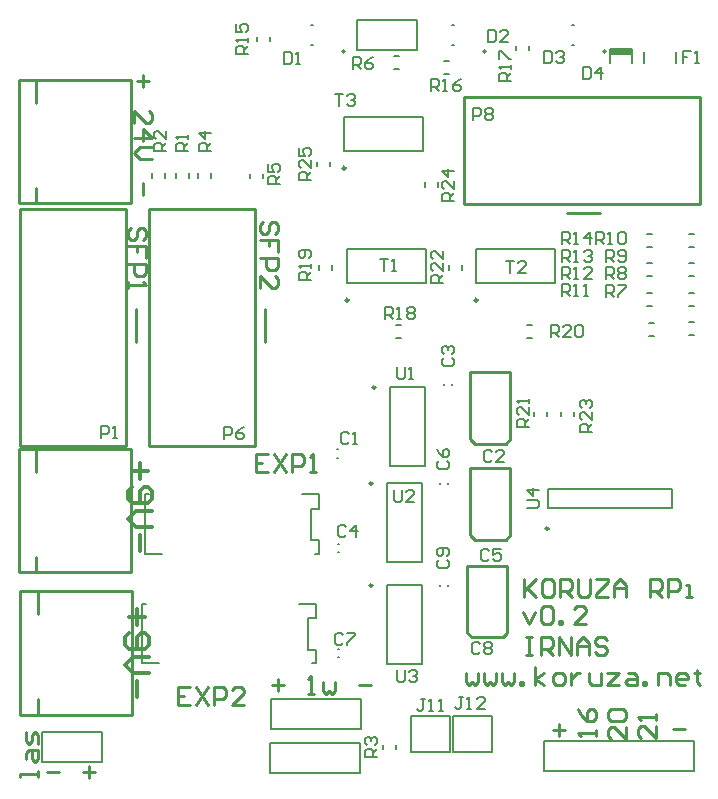
<source format=gto>
%FSAX25Y25*%
%MOIN*%
G70*
G01*
G75*
G04 Layer_Color=65535*
%ADD10R,0.02756X0.03543*%
%ADD11R,0.08661X0.07874*%
%ADD12R,0.03543X0.02756*%
%ADD13R,0.08071X0.07480*%
%ADD14R,0.07284X0.04921*%
%ADD15R,0.11417X0.06102*%
G04:AMPARAMS|DCode=16|XSize=50mil|YSize=100mil|CornerRadius=6.25mil|HoleSize=0mil|Usage=FLASHONLY|Rotation=0.000|XOffset=0mil|YOffset=0mil|HoleType=Round|Shape=RoundedRectangle|*
%AMROUNDEDRECTD16*
21,1,0.05000,0.08750,0,0,0.0*
21,1,0.03750,0.10000,0,0,0.0*
1,1,0.01250,0.01875,-0.04375*
1,1,0.01250,-0.01875,-0.04375*
1,1,0.01250,-0.01875,0.04375*
1,1,0.01250,0.01875,0.04375*
%
%ADD16ROUNDEDRECTD16*%
%ADD17R,0.05118X0.04331*%
%ADD18R,0.04331X0.05118*%
%ADD19R,0.03937X0.09449*%
%ADD20R,0.12992X0.09449*%
%ADD21R,0.08268X0.12598*%
%ADD22R,0.08268X0.03543*%
%ADD23O,0.02756X0.10827*%
%ADD24R,0.05906X0.11811*%
%ADD25C,0.04000*%
%ADD26C,0.02000*%
%ADD27C,0.10000*%
%ADD28C,0.01500*%
%ADD29C,0.03500*%
%ADD30C,0.07087*%
%ADD31R,0.06394X0.06394*%
%ADD32C,0.05906*%
%ADD33R,0.05906X0.05906*%
%ADD34R,0.06394X0.06394*%
%ADD35O,0.07874X0.25590*%
G04:AMPARAMS|DCode=36|XSize=157.48mil|YSize=118.11mil|CornerRadius=29.53mil|HoleSize=0mil|Usage=FLASHONLY|Rotation=180.000|XOffset=0mil|YOffset=0mil|HoleType=Round|Shape=RoundedRectangle|*
%AMROUNDEDRECTD36*
21,1,0.15748,0.05906,0,0,180.0*
21,1,0.09843,0.11811,0,0,180.0*
1,1,0.05906,-0.04921,0.02953*
1,1,0.05906,0.04921,0.02953*
1,1,0.05906,0.04921,-0.02953*
1,1,0.05906,-0.04921,-0.02953*
%
%ADD36ROUNDEDRECTD36*%
%ADD37O,0.07874X0.19685*%
%ADD38O,0.21260X0.09843*%
G04:AMPARAMS|DCode=39|XSize=236.22mil|YSize=98.43mil|CornerRadius=24.61mil|HoleSize=0mil|Usage=FLASHONLY|Rotation=180.000|XOffset=0mil|YOffset=0mil|HoleType=Round|Shape=RoundedRectangle|*
%AMROUNDEDRECTD39*
21,1,0.23622,0.04921,0,0,180.0*
21,1,0.18701,0.09843,0,0,180.0*
1,1,0.04921,-0.09350,0.02461*
1,1,0.04921,0.09350,0.02461*
1,1,0.04921,0.09350,-0.02461*
1,1,0.04921,-0.09350,-0.02461*
%
%ADD39ROUNDEDRECTD39*%
%ADD40C,0.16000*%
%ADD41C,0.24410*%
%ADD42C,0.04000*%
%ADD43C,0.05000*%
%ADD44C,0.03200*%
G04:AMPARAMS|DCode=45|XSize=50mil|YSize=100mil|CornerRadius=6.25mil|HoleSize=0mil|Usage=FLASHONLY|Rotation=90.000|XOffset=0mil|YOffset=0mil|HoleType=Round|Shape=RoundedRectangle|*
%AMROUNDEDRECTD45*
21,1,0.05000,0.08750,0,0,90.0*
21,1,0.03750,0.10000,0,0,90.0*
1,1,0.01250,0.04375,0.01875*
1,1,0.01250,0.04375,-0.01875*
1,1,0.01250,-0.04375,-0.01875*
1,1,0.01250,-0.04375,0.01875*
%
%ADD45ROUNDEDRECTD45*%
%ADD46C,0.00787*%
%ADD47C,0.00984*%
%ADD48C,0.01000*%
%ADD49C,0.00500*%
%ADD50C,0.01200*%
%ADD51C,0.00800*%
%ADD52R,0.07284X0.02165*%
D46*
X0195675Y0474988D02*
G03*
X0195675Y0474988I-0000545J0000000D01*
G01*
X0242675D02*
G03*
X0242675Y0474988I-0000545J0000000D01*
G01*
X0282675D02*
G03*
X0282675Y0474988I-0000545J0000000D01*
G01*
X0192815Y0342409D02*
X0193209D01*
X0192815Y0339653D02*
X0193209D01*
X0231410Y0363791D02*
Y0364185D01*
X0228654Y0363791D02*
Y0364185D01*
X0193315Y0310910D02*
X0193709D01*
X0193315Y0308154D02*
X0193709D01*
X0229909Y0330791D02*
Y0331185D01*
X0227153Y0330791D02*
Y0331185D01*
X0193315Y0275909D02*
X0193709D01*
X0193315Y0273153D02*
X0193709D01*
X0229909Y0296791D02*
Y0297185D01*
X0227153Y0296791D02*
Y0297185D01*
X0184106Y0483847D02*
X0184894D01*
X0184106Y0477153D02*
X0184894D01*
X0231106Y0483847D02*
X0231894D01*
X0231106Y0477153D02*
X0231894D01*
X0271106Y0483847D02*
X0271894D01*
X0271106Y0477153D02*
X0271894D01*
X0283858Y0475862D02*
X0291142D01*
X0283858Y0471138D02*
Y0475862D01*
X0291142Y0471138D02*
Y0475862D01*
X0305815Y0471228D02*
Y0474772D01*
X0295185Y0471228D02*
Y0474772D01*
X0199500Y0475500D02*
X0219500D01*
Y0485500D01*
X0199500D02*
X0219500D01*
X0199500Y0475500D02*
Y0485500D01*
X0094500Y0238000D02*
X0114500D01*
Y0248000D01*
X0094500D02*
X0114500D01*
X0094500Y0238000D02*
Y0248000D01*
X0139197Y0432886D02*
Y0434461D01*
X0143528Y0432886D02*
Y0434461D01*
X0131197Y0432886D02*
Y0434461D01*
X0135528Y0432886D02*
Y0434461D01*
X0212528Y0242386D02*
Y0243961D01*
X0208197Y0242386D02*
Y0243961D01*
X0151028Y0432886D02*
Y0434461D01*
X0146697Y0432886D02*
Y0434461D01*
X0163835Y0432713D02*
Y0434287D01*
X0168165Y0432713D02*
Y0434287D01*
X0212075Y0473339D02*
X0213650D01*
X0212075Y0469008D02*
X0213650D01*
X0310213Y0380335D02*
X0311787D01*
X0310213Y0384665D02*
X0311787D01*
X0310213Y0390168D02*
X0311787D01*
X0310213Y0394499D02*
X0311787D01*
X0310213Y0400001D02*
X0311787D01*
X0310213Y0404332D02*
X0311787D01*
X0310213Y0409835D02*
X0311787D01*
X0310213Y0414165D02*
X0311787D01*
X0297075Y0380008D02*
X0298650D01*
X0297075Y0384339D02*
X0298650D01*
X0296213Y0390168D02*
X0297787D01*
X0296213Y0394499D02*
X0297787D01*
X0296213Y0400001D02*
X0297787D01*
X0296213Y0404332D02*
X0297787D01*
X0296213Y0409835D02*
X0297787D01*
X0296213Y0414165D02*
X0297787D01*
X0170528Y0478386D02*
Y0479961D01*
X0166197Y0478386D02*
Y0479961D01*
X0228575Y0471839D02*
X0230150D01*
X0228575Y0467508D02*
X0230150D01*
X0257028Y0475386D02*
Y0476961D01*
X0252697Y0475386D02*
Y0476961D01*
X0212713Y0379335D02*
X0214287D01*
X0212713Y0383665D02*
X0214287D01*
X0191165Y0402213D02*
Y0403787D01*
X0186835Y0402213D02*
Y0403787D01*
X0256213Y0379335D02*
X0257787D01*
X0256213Y0383665D02*
X0257787D01*
X0263028Y0353386D02*
Y0354961D01*
X0258697Y0353386D02*
Y0354961D01*
X0234665Y0402213D02*
Y0403787D01*
X0230335Y0402213D02*
Y0403787D01*
X0267697Y0353386D02*
Y0354961D01*
X0272028Y0353386D02*
Y0354961D01*
X0226528Y0429886D02*
Y0431461D01*
X0222197Y0429886D02*
Y0431461D01*
X0190665Y0436713D02*
Y0438287D01*
X0186335Y0436713D02*
Y0438287D01*
X0196311Y0397988D02*
X0222689D01*
X0196311Y0409012D02*
X0222689D01*
X0196311Y0397988D02*
Y0409012D01*
X0222689Y0397988D02*
Y0409012D01*
X0239311Y0397988D02*
X0265689D01*
X0239311Y0409012D02*
X0265689D01*
X0239311Y0397988D02*
Y0409012D01*
X0265689Y0397988D02*
Y0409012D01*
X0195311Y0441988D02*
X0221689D01*
X0195311Y0453012D02*
X0221689D01*
X0195311Y0441988D02*
Y0453012D01*
X0221689Y0441988D02*
Y0453012D01*
X0210595Y0336811D02*
X0222406D01*
X0210595Y0363189D02*
X0222406D01*
Y0336811D02*
Y0363189D01*
X0210595Y0336811D02*
Y0363189D01*
X0209594Y0304811D02*
X0221406D01*
X0209594Y0331189D02*
X0221406D01*
Y0304811D02*
Y0331189D01*
X0209594Y0304811D02*
Y0331189D01*
Y0270811D02*
X0221406D01*
X0209594Y0297189D02*
X0221406D01*
Y0270811D02*
Y0297189D01*
X0209594Y0270811D02*
Y0297189D01*
X0263331Y0322949D02*
X0304669D01*
X0263331Y0329051D02*
X0304669D01*
X0263331Y0322949D02*
Y0329051D01*
X0304669Y0322949D02*
Y0329051D01*
X0186016Y0271158D02*
Y0275587D01*
Y0286020D02*
Y0290843D01*
X0183181Y0286020D02*
X0186016D01*
X0183181Y0275587D02*
Y0286020D01*
Y0275587D02*
X0186016D01*
X0127984Y0271158D02*
Y0290843D01*
X0128000Y0271158D02*
X0133736D01*
X0180280Y0290843D02*
X0186016D01*
X0184721Y0271158D02*
X0186016D01*
X0128000Y0290843D02*
X0129236D01*
X0187016Y0307658D02*
Y0312087D01*
Y0322520D02*
Y0327343D01*
X0184181Y0322520D02*
X0187016D01*
X0184181Y0312087D02*
Y0322520D01*
Y0312087D02*
X0187016D01*
X0128984Y0307658D02*
Y0327343D01*
X0129000Y0307658D02*
X0134736D01*
X0181280Y0327343D02*
X0187016D01*
X0185721Y0307658D02*
X0187016D01*
X0129000Y0327343D02*
X0130236D01*
X0171000Y0249000D02*
Y0259000D01*
X0201000D01*
Y0249000D02*
Y0259000D01*
X0171000Y0249000D02*
X0201000D01*
X0170500Y0234500D02*
Y0244500D01*
X0200500D01*
Y0234500D02*
Y0244500D01*
X0170500Y0234500D02*
X0200500D01*
X0312000Y0235000D02*
Y0245000D01*
X0262000Y0235000D02*
X0312000D01*
X0262000Y0245000D02*
X0312000D01*
X0262000Y0235000D02*
Y0245000D01*
D47*
X0196803Y0392083D02*
G03*
X0196803Y0392083I-0000492J0000000D01*
G01*
X0239803D02*
G03*
X0239803Y0392083I-0000492J0000000D01*
G01*
X0195803Y0436083D02*
G03*
X0195803Y0436083I-0000492J0000000D01*
G01*
X0205772Y0362992D02*
G03*
X0205772Y0362992I-0000492J0000000D01*
G01*
X0204772Y0330992D02*
G03*
X0204772Y0330992I-0000492J0000000D01*
G01*
Y0296992D02*
G03*
X0204772Y0296992I-0000492J0000000D01*
G01*
X0263449Y0315961D02*
G03*
X0263449Y0315961I-0000492J0000000D01*
G01*
D48*
X0237307Y0345764D02*
Y0368008D01*
X0250693Y0345764D02*
Y0368008D01*
X0237307D02*
X0250693D01*
X0238882Y0344189D02*
X0249118D01*
X0250693Y0345764D01*
X0237307D02*
X0238882Y0344189D01*
X0237307Y0313764D02*
Y0336008D01*
X0250693Y0313764D02*
Y0336008D01*
X0237307D02*
X0250693D01*
X0238882Y0312189D02*
X0249118D01*
X0250693Y0313764D01*
X0237307D02*
X0238882Y0312189D01*
X0236307Y0281264D02*
Y0303508D01*
X0249693Y0281264D02*
Y0303508D01*
X0236307D02*
X0249693D01*
X0237882Y0279689D02*
X0248118D01*
X0249693Y0281264D01*
X0236307D02*
X0237882Y0279689D01*
X0125866Y0378177D02*
Y0389201D01*
X0087283Y0343630D02*
X0122716D01*
X0087283D02*
Y0422370D01*
X0087382D02*
X0122716D01*
Y0343630D02*
Y0422370D01*
X0168866Y0378177D02*
Y0389201D01*
X0130283Y0343630D02*
X0165717D01*
X0130283D02*
Y0422370D01*
X0130382D02*
X0165717D01*
Y0343630D02*
Y0422370D01*
X0269677Y0421134D02*
X0280701D01*
X0235130Y0424284D02*
Y0459717D01*
X0313870D01*
Y0424284D02*
Y0459618D01*
X0235130Y0424284D02*
X0313870D01*
X0092705Y0457941D02*
Y0465500D01*
X0086799D02*
X0124201D01*
X0086799Y0424476D02*
X0124201D01*
X0086799D02*
Y0465500D01*
X0124201Y0424476D02*
Y0465500D01*
X0092705Y0424476D02*
Y0429595D01*
X0093205Y0287441D02*
Y0295000D01*
X0087299D02*
X0124701D01*
X0087299Y0253976D02*
X0124701D01*
X0087299D02*
Y0295000D01*
X0124701Y0253976D02*
Y0295000D01*
X0093205Y0253976D02*
Y0259095D01*
X0092705Y0334941D02*
Y0342500D01*
X0086799D02*
X0124201D01*
X0086799Y0301476D02*
X0124201D01*
X0086799D02*
Y0342500D01*
X0124201Y0301476D02*
Y0342500D01*
X0092705Y0301476D02*
Y0306594D01*
X0128361Y0467173D02*
Y0463174D01*
X0130361Y0465174D02*
X0126362D01*
X0125362Y0451178D02*
Y0455177D01*
X0129361Y0451178D01*
X0130361D01*
X0131360Y0452178D01*
Y0454177D01*
X0130361Y0455177D01*
X0125362Y0446180D02*
X0131360D01*
X0128361Y0449179D01*
Y0445180D01*
X0131360Y0443181D02*
X0127362D01*
X0125362Y0441182D01*
X0127362Y0439182D01*
X0131360D01*
X0128361Y0431185D02*
Y0427186D01*
X0128361Y0412175D02*
X0129360Y0413174D01*
Y0415173D01*
X0128361Y0416173D01*
X0127361D01*
X0126361Y0415173D01*
Y0413174D01*
X0125362Y0412175D01*
X0124362D01*
X0123362Y0413174D01*
Y0415173D01*
X0124362Y0416173D01*
X0129360Y0406177D02*
Y0410175D01*
X0126361D01*
Y0408176D01*
Y0410175D01*
X0123362D01*
Y0404177D02*
X0129360D01*
Y0401178D01*
X0128361Y0400178D01*
X0126361D01*
X0125362Y0401178D01*
Y0404177D01*
X0123362Y0398179D02*
Y0396180D01*
Y0397179D01*
X0129360D01*
X0128361Y0398179D01*
X0172361Y0414175D02*
X0173360Y0415174D01*
Y0417173D01*
X0172361Y0418173D01*
X0171361D01*
X0170361Y0417173D01*
Y0415174D01*
X0169362Y0414175D01*
X0168362D01*
X0167362Y0415174D01*
Y0417173D01*
X0168362Y0418173D01*
X0173360Y0408177D02*
Y0412175D01*
X0170361D01*
Y0410176D01*
Y0412175D01*
X0167362D01*
Y0406177D02*
X0173360D01*
Y0403178D01*
X0172361Y0402178D01*
X0170361D01*
X0169362Y0403178D01*
Y0406177D01*
X0167362Y0396180D02*
Y0400179D01*
X0171361Y0396180D01*
X0172361D01*
X0173360Y0397180D01*
Y0399179D01*
X0172361Y0400179D01*
X0096362Y0234672D02*
X0100361D01*
X0108358D02*
X0112357D01*
X0110358Y0236672D02*
Y0232673D01*
X0093362Y0233173D02*
Y0235173D01*
Y0234173D01*
X0087364D01*
Y0233173D01*
X0089364Y0239171D02*
Y0241171D01*
X0090363Y0242170D01*
X0093362D01*
Y0239171D01*
X0092363Y0238172D01*
X0091363Y0239171D01*
Y0242170D01*
X0093362Y0244170D02*
Y0247169D01*
X0092363Y0248168D01*
X0091363Y0247169D01*
Y0245169D01*
X0090363Y0244170D01*
X0089364Y0245169D01*
Y0248168D01*
X0171362Y0263672D02*
X0175361D01*
X0173362Y0265672D02*
Y0261673D01*
X0183358Y0260673D02*
X0185358D01*
X0184358D01*
Y0266671D01*
X0183358Y0265672D01*
X0188357Y0264672D02*
Y0261673D01*
X0189357Y0260673D01*
X0190356Y0261673D01*
X0191356Y0260673D01*
X0192356Y0261673D01*
Y0264672D01*
X0200353Y0263672D02*
X0204352D01*
X0264862Y0248672D02*
X0268861D01*
X0266862Y0250672D02*
Y0246673D01*
X0289362Y0249672D02*
Y0245673D01*
X0285364Y0249672D01*
X0284364D01*
X0283364Y0248672D01*
Y0246673D01*
X0284364Y0245673D01*
Y0251671D02*
X0283364Y0252671D01*
Y0254670D01*
X0284364Y0255670D01*
X0288363D01*
X0289362Y0254670D01*
Y0252671D01*
X0288363Y0251671D01*
X0284364D01*
X0279362Y0246673D02*
Y0248673D01*
Y0247673D01*
X0273364D01*
X0274364Y0246673D01*
X0273364Y0255670D02*
X0274364Y0253671D01*
X0276363Y0251672D01*
X0278363D01*
X0279362Y0252671D01*
Y0254671D01*
X0278363Y0255670D01*
X0277363D01*
X0276363Y0254671D01*
Y0251672D01*
X0299362Y0250172D02*
Y0246173D01*
X0295364Y0250172D01*
X0294364D01*
X0293364Y0249172D01*
Y0247173D01*
X0294364Y0246173D01*
X0299362Y0252171D02*
Y0254171D01*
Y0253171D01*
X0293364D01*
X0294364Y0252171D01*
X0304862Y0249172D02*
X0308861D01*
X0169861Y0340671D02*
X0165862D01*
Y0334673D01*
X0169861D01*
X0165862Y0337672D02*
X0167862D01*
X0171860Y0340671D02*
X0175859Y0334673D01*
Y0340671D02*
X0171860Y0334673D01*
X0177858D02*
Y0340671D01*
X0180857D01*
X0181857Y0339672D01*
Y0337672D01*
X0180857Y0336673D01*
X0177858D01*
X0183856Y0334673D02*
X0185856D01*
X0184856D01*
Y0340671D01*
X0183856Y0339672D01*
X0143861Y0263171D02*
X0139862D01*
Y0257173D01*
X0143861D01*
X0139862Y0260172D02*
X0141862D01*
X0145860Y0263171D02*
X0149859Y0257173D01*
Y0263171D02*
X0145860Y0257173D01*
X0151858D02*
Y0263171D01*
X0154857D01*
X0155857Y0262172D01*
Y0260172D01*
X0154857Y0259173D01*
X0151858D01*
X0161855Y0257173D02*
X0157857D01*
X0161855Y0261172D01*
Y0262172D01*
X0160855Y0263171D01*
X0158856D01*
X0157857Y0262172D01*
X0255362Y0299171D02*
Y0293173D01*
Y0295173D01*
X0259361Y0299171D01*
X0256362Y0296172D01*
X0259361Y0293173D01*
X0264359Y0299171D02*
X0262360D01*
X0261360Y0298172D01*
Y0294173D01*
X0262360Y0293173D01*
X0264359D01*
X0265359Y0294173D01*
Y0298172D01*
X0264359Y0299171D01*
X0267358Y0293173D02*
Y0299171D01*
X0270357D01*
X0271357Y0298172D01*
Y0296172D01*
X0270357Y0295173D01*
X0267358D01*
X0269358D02*
X0271357Y0293173D01*
X0273357Y0299171D02*
Y0294173D01*
X0274356Y0293173D01*
X0276356D01*
X0277355Y0294173D01*
Y0299171D01*
X0279355D02*
X0283353D01*
Y0298172D01*
X0279355Y0294173D01*
Y0293173D01*
X0283353D01*
X0285353D02*
Y0297172D01*
X0287352Y0299171D01*
X0289351Y0297172D01*
Y0293173D01*
Y0296172D01*
X0285353D01*
X0297349Y0293173D02*
Y0299171D01*
X0300348D01*
X0301347Y0298172D01*
Y0296172D01*
X0300348Y0295173D01*
X0297349D01*
X0299348D02*
X0301347Y0293173D01*
X0303347D02*
Y0299171D01*
X0306346D01*
X0307346Y0298172D01*
Y0296172D01*
X0306346Y0295173D01*
X0303347D01*
X0309345Y0293173D02*
X0311344D01*
X0310345D01*
Y0297172D01*
X0309345D01*
X0254862Y0288172D02*
X0256862Y0284173D01*
X0258861Y0288172D01*
X0260860Y0289172D02*
X0261860Y0290171D01*
X0263859D01*
X0264859Y0289172D01*
Y0285173D01*
X0263859Y0284173D01*
X0261860D01*
X0260860Y0285173D01*
Y0289172D01*
X0266858Y0284173D02*
Y0285173D01*
X0267858D01*
Y0284173D01*
X0266858D01*
X0275855D02*
X0271857D01*
X0275855Y0288172D01*
Y0289172D01*
X0274856Y0290171D01*
X0272856D01*
X0271857Y0289172D01*
X0235862Y0267672D02*
Y0264673D01*
X0236862Y0263673D01*
X0237862Y0264673D01*
X0238861Y0263673D01*
X0239861Y0264673D01*
Y0267672D01*
X0241860D02*
Y0264673D01*
X0242860Y0263673D01*
X0243860Y0264673D01*
X0244859Y0263673D01*
X0245859Y0264673D01*
Y0267672D01*
X0247858D02*
Y0264673D01*
X0248858Y0263673D01*
X0249858Y0264673D01*
X0250857Y0263673D01*
X0251857Y0264673D01*
Y0267672D01*
X0253856Y0263673D02*
Y0264673D01*
X0254856D01*
Y0263673D01*
X0253856D01*
X0258855D02*
Y0269671D01*
Y0265673D02*
X0261854Y0267672D01*
X0258855Y0265673D02*
X0261854Y0263673D01*
X0265853D02*
X0267852D01*
X0268852Y0264673D01*
Y0266672D01*
X0267852Y0267672D01*
X0265853D01*
X0264853Y0266672D01*
Y0264673D01*
X0265853Y0263673D01*
X0270851Y0267672D02*
Y0263673D01*
Y0265673D01*
X0271851Y0266672D01*
X0272850Y0267672D01*
X0273850D01*
X0276849D02*
Y0264673D01*
X0277849Y0263673D01*
X0280848D01*
Y0267672D01*
X0282847D02*
X0286846D01*
X0282847Y0263673D01*
X0286846D01*
X0289845Y0267672D02*
X0291844D01*
X0292844Y0266672D01*
Y0263673D01*
X0289845D01*
X0288845Y0264673D01*
X0289845Y0265673D01*
X0292844D01*
X0294843Y0263673D02*
Y0264673D01*
X0295843D01*
Y0263673D01*
X0294843D01*
X0299842D02*
Y0267672D01*
X0302841D01*
X0303840Y0266672D01*
Y0263673D01*
X0308839D02*
X0306839D01*
X0305840Y0264673D01*
Y0266672D01*
X0306839Y0267672D01*
X0308839D01*
X0309838Y0266672D01*
Y0265673D01*
X0305840D01*
X0312837Y0268672D02*
Y0267672D01*
X0311838D01*
X0313837D01*
X0312837D01*
Y0264673D01*
X0313837Y0263673D01*
X0255862Y0279671D02*
X0257862D01*
X0256862D01*
Y0273673D01*
X0255862D01*
X0257862D01*
X0260861D02*
Y0279671D01*
X0263860D01*
X0264859Y0278672D01*
Y0276672D01*
X0263860Y0275673D01*
X0260861D01*
X0262860D02*
X0264859Y0273673D01*
X0266859D02*
Y0279671D01*
X0270857Y0273673D01*
Y0279671D01*
X0272857Y0273673D02*
Y0277672D01*
X0274856Y0279671D01*
X0276855Y0277672D01*
Y0273673D01*
Y0276672D01*
X0272857D01*
X0282854Y0278672D02*
X0281854Y0279671D01*
X0279854D01*
X0278855Y0278672D01*
Y0277672D01*
X0279854Y0276672D01*
X0281854D01*
X0282854Y0275673D01*
Y0274673D01*
X0281854Y0273673D01*
X0279854D01*
X0278855Y0274673D01*
D49*
X0230500Y0241500D02*
Y0253500D01*
X0217500Y0241500D02*
X0230500D01*
X0217500D02*
Y0253500D01*
X0230500D01*
X0244500Y0241500D02*
Y0253500D01*
X0231500Y0241500D02*
X0244500D01*
X0231500D02*
Y0253500D01*
X0244500D01*
D50*
X0126361Y0289173D02*
Y0283842D01*
X0129027Y0286507D02*
X0123695D01*
Y0281176D02*
X0122362Y0279843D01*
Y0277177D01*
X0123695Y0275844D01*
X0129027D01*
X0130360Y0277177D01*
Y0279843D01*
X0129027Y0281176D01*
X0127694D01*
X0126361Y0279843D01*
Y0275844D01*
X0130360Y0273178D02*
X0125028D01*
X0122362Y0270513D01*
X0125028Y0267847D01*
X0130360D01*
X0126361Y0265181D02*
Y0259849D01*
X0127361Y0337673D02*
Y0332342D01*
X0130027Y0335007D02*
X0124695D01*
Y0329676D02*
X0123362Y0328343D01*
Y0325677D01*
X0124695Y0324344D01*
X0130027D01*
X0131360Y0325677D01*
Y0328343D01*
X0130027Y0329676D01*
X0128694D01*
X0127361Y0328343D01*
Y0324344D01*
X0131360Y0321678D02*
X0126028D01*
X0123362Y0319013D01*
X0126028Y0316347D01*
X0131360D01*
X0127361Y0313681D02*
Y0308349D01*
D51*
X0197028Y0347505D02*
X0196362Y0348172D01*
X0195029D01*
X0194362Y0347505D01*
Y0344840D01*
X0195029Y0344173D01*
X0196362D01*
X0197028Y0344840D01*
X0198361Y0344173D02*
X0199694D01*
X0199027D01*
Y0348172D01*
X0198361Y0347505D01*
X0244528Y0341506D02*
X0243862Y0342172D01*
X0242529D01*
X0241862Y0341506D01*
Y0338840D01*
X0242529Y0338173D01*
X0243862D01*
X0244528Y0338840D01*
X0248527Y0338173D02*
X0245861D01*
X0248527Y0340839D01*
Y0341506D01*
X0247860Y0342172D01*
X0246527D01*
X0245861Y0341506D01*
X0228530Y0372839D02*
X0227864Y0372173D01*
Y0370840D01*
X0228530Y0370173D01*
X0231196D01*
X0231862Y0370840D01*
Y0372173D01*
X0231196Y0372839D01*
X0228530Y0374172D02*
X0227864Y0374838D01*
Y0376171D01*
X0228530Y0376838D01*
X0229197D01*
X0229863Y0376171D01*
Y0375505D01*
Y0376171D01*
X0230529Y0376838D01*
X0231196D01*
X0231862Y0376171D01*
Y0374838D01*
X0231196Y0374172D01*
X0196028Y0316506D02*
X0195362Y0317172D01*
X0194029D01*
X0193362Y0316506D01*
Y0313840D01*
X0194029Y0313173D01*
X0195362D01*
X0196028Y0313840D01*
X0199360Y0313173D02*
Y0317172D01*
X0197361Y0315173D01*
X0200027D01*
X0243528Y0308506D02*
X0242862Y0309172D01*
X0241529D01*
X0240862Y0308506D01*
Y0305840D01*
X0241529Y0305173D01*
X0242862D01*
X0243528Y0305840D01*
X0247527Y0309172D02*
X0244861D01*
Y0307173D01*
X0246194Y0307839D01*
X0246860D01*
X0247527Y0307173D01*
Y0305840D01*
X0246860Y0305173D01*
X0245527D01*
X0244861Y0305840D01*
X0227030Y0338339D02*
X0226364Y0337673D01*
Y0336340D01*
X0227030Y0335673D01*
X0229696D01*
X0230362Y0336340D01*
Y0337673D01*
X0229696Y0338339D01*
X0226364Y0342338D02*
X0227030Y0341005D01*
X0228363Y0339672D01*
X0229696D01*
X0230362Y0340338D01*
Y0341671D01*
X0229696Y0342338D01*
X0229029D01*
X0228363Y0341671D01*
Y0339672D01*
X0195028Y0280505D02*
X0194362Y0281172D01*
X0193029D01*
X0192362Y0280505D01*
Y0277840D01*
X0193029Y0277173D01*
X0194362D01*
X0195028Y0277840D01*
X0196361Y0281172D02*
X0199027D01*
Y0280505D01*
X0196361Y0277840D01*
Y0277173D01*
X0240528Y0277505D02*
X0239862Y0278172D01*
X0238529D01*
X0237862Y0277505D01*
Y0274840D01*
X0238529Y0274173D01*
X0239862D01*
X0240528Y0274840D01*
X0241861Y0277505D02*
X0242527Y0278172D01*
X0243860D01*
X0244527Y0277505D01*
Y0276839D01*
X0243860Y0276173D01*
X0244527Y0275506D01*
Y0274840D01*
X0243860Y0274173D01*
X0242527D01*
X0241861Y0274840D01*
Y0275506D01*
X0242527Y0276173D01*
X0241861Y0276839D01*
Y0277505D01*
X0242527Y0276173D02*
X0243860D01*
X0227030Y0305339D02*
X0226364Y0304673D01*
Y0303340D01*
X0227030Y0302673D01*
X0229696D01*
X0230362Y0303340D01*
Y0304673D01*
X0229696Y0305339D01*
Y0306672D02*
X0230362Y0307338D01*
Y0308671D01*
X0229696Y0309338D01*
X0227030D01*
X0226364Y0308671D01*
Y0307338D01*
X0227030Y0306672D01*
X0227696D01*
X0228363Y0307338D01*
Y0309338D01*
X0175362Y0474672D02*
Y0470673D01*
X0177362D01*
X0178028Y0471340D01*
Y0474006D01*
X0177362Y0474672D01*
X0175362D01*
X0179361Y0470673D02*
X0180694D01*
X0180027D01*
Y0474672D01*
X0179361Y0474006D01*
X0243362Y0482172D02*
Y0478173D01*
X0245362D01*
X0246028Y0478840D01*
Y0481505D01*
X0245362Y0482172D01*
X0243362D01*
X0250027Y0478173D02*
X0247361D01*
X0250027Y0480839D01*
Y0481505D01*
X0249360Y0482172D01*
X0248027D01*
X0247361Y0481505D01*
X0261862Y0475172D02*
Y0471173D01*
X0263862D01*
X0264528Y0471840D01*
Y0474506D01*
X0263862Y0475172D01*
X0261862D01*
X0265861Y0474506D02*
X0266527Y0475172D01*
X0267860D01*
X0268527Y0474506D01*
Y0473839D01*
X0267860Y0473173D01*
X0267194D01*
X0267860D01*
X0268527Y0472506D01*
Y0471840D01*
X0267860Y0471173D01*
X0266527D01*
X0265861Y0471840D01*
X0274862Y0469672D02*
Y0465673D01*
X0276862D01*
X0277528Y0466340D01*
Y0469005D01*
X0276862Y0469672D01*
X0274862D01*
X0280860Y0465673D02*
Y0469672D01*
X0278861Y0467673D01*
X0281527D01*
X0311028Y0475172D02*
X0308362D01*
Y0473173D01*
X0309695D01*
X0308362D01*
Y0471173D01*
X0312361D02*
X0313694D01*
X0313027D01*
Y0475172D01*
X0312361Y0474506D01*
X0222416Y0259249D02*
X0221083D01*
X0221749D01*
Y0255916D01*
X0221083Y0255250D01*
X0220416D01*
X0219750Y0255916D01*
X0223749Y0255250D02*
X0225082D01*
X0224415D01*
Y0259249D01*
X0223749Y0258582D01*
X0227081Y0255250D02*
X0228414D01*
X0227747D01*
Y0259249D01*
X0227081Y0258582D01*
X0235028Y0259672D02*
X0233695D01*
X0234362D01*
Y0256340D01*
X0233695Y0255673D01*
X0233029D01*
X0232362Y0256340D01*
X0236361Y0255673D02*
X0237694D01*
X0237027D01*
Y0259672D01*
X0236361Y0259005D01*
X0242359Y0255673D02*
X0239693D01*
X0242359Y0258339D01*
Y0259005D01*
X0241693Y0259672D01*
X0240360D01*
X0239693Y0259005D01*
X0114362Y0346173D02*
Y0350172D01*
X0116362D01*
X0117028Y0349505D01*
Y0348173D01*
X0116362Y0347506D01*
X0114362D01*
X0118361Y0346173D02*
X0119694D01*
X0119027D01*
Y0350172D01*
X0118361Y0349505D01*
X0155362Y0345673D02*
Y0349672D01*
X0157362D01*
X0158028Y0349006D01*
Y0347673D01*
X0157362Y0347006D01*
X0155362D01*
X0162027Y0349672D02*
X0160694Y0349006D01*
X0159361Y0347673D01*
Y0346340D01*
X0160027Y0345673D01*
X0161360D01*
X0162027Y0346340D01*
Y0347006D01*
X0161360Y0347673D01*
X0159361D01*
X0238362Y0452173D02*
Y0456172D01*
X0240362D01*
X0241028Y0455506D01*
Y0454173D01*
X0240362Y0453506D01*
X0238362D01*
X0242361Y0455506D02*
X0243027Y0456172D01*
X0244360D01*
X0245027Y0455506D01*
Y0454839D01*
X0244360Y0454173D01*
X0245027Y0453506D01*
Y0452840D01*
X0244360Y0452173D01*
X0243027D01*
X0242361Y0452840D01*
Y0453506D01*
X0243027Y0454173D01*
X0242361Y0454839D01*
Y0455506D01*
X0243027Y0454173D02*
X0244360D01*
X0143362Y0441673D02*
X0139364D01*
Y0443673D01*
X0140030Y0444339D01*
X0141363D01*
X0142029Y0443673D01*
Y0441673D01*
Y0443006D02*
X0143362Y0444339D01*
Y0445672D02*
Y0447005D01*
Y0446338D01*
X0139364D01*
X0140030Y0445672D01*
X0135862Y0441673D02*
X0131864D01*
Y0443673D01*
X0132530Y0444339D01*
X0133863D01*
X0134529Y0443673D01*
Y0441673D01*
Y0443006D02*
X0135862Y0444339D01*
Y0448338D02*
Y0445672D01*
X0133196Y0448338D01*
X0132530D01*
X0131864Y0447671D01*
Y0446338D01*
X0132530Y0445672D01*
X0206362Y0239673D02*
X0202364D01*
Y0241673D01*
X0203030Y0242339D01*
X0204363D01*
X0205029Y0241673D01*
Y0239673D01*
Y0241006D02*
X0206362Y0242339D01*
X0203030Y0243672D02*
X0202364Y0244338D01*
Y0245671D01*
X0203030Y0246338D01*
X0203696D01*
X0204363Y0245671D01*
Y0245005D01*
Y0245671D01*
X0205029Y0246338D01*
X0205696D01*
X0206362Y0245671D01*
Y0244338D01*
X0205696Y0243672D01*
X0150862Y0441673D02*
X0146864D01*
Y0443673D01*
X0147530Y0444339D01*
X0148863D01*
X0149529Y0443673D01*
Y0441673D01*
Y0443006D02*
X0150862Y0444339D01*
Y0447671D02*
X0146864D01*
X0148863Y0445672D01*
Y0448338D01*
X0173862Y0430673D02*
X0169864D01*
Y0432673D01*
X0170530Y0433339D01*
X0171863D01*
X0172529Y0432673D01*
Y0430673D01*
Y0432006D02*
X0173862Y0433339D01*
X0169864Y0437338D02*
Y0434672D01*
X0171863D01*
X0171196Y0436005D01*
Y0436671D01*
X0171863Y0437338D01*
X0173196D01*
X0173862Y0436671D01*
Y0435338D01*
X0173196Y0434672D01*
X0198362Y0469173D02*
Y0473172D01*
X0200362D01*
X0201028Y0472506D01*
Y0471173D01*
X0200362Y0470506D01*
X0198362D01*
X0199695D02*
X0201028Y0469173D01*
X0205027Y0473172D02*
X0203694Y0472506D01*
X0202361Y0471173D01*
Y0469840D01*
X0203027Y0469173D01*
X0204360D01*
X0205027Y0469840D01*
Y0470506D01*
X0204360Y0471173D01*
X0202361D01*
X0282695Y0393250D02*
Y0397249D01*
X0284694D01*
X0285360Y0396582D01*
Y0395249D01*
X0284694Y0394583D01*
X0282695D01*
X0284027D02*
X0285360Y0393250D01*
X0286693Y0397249D02*
X0289359D01*
Y0396582D01*
X0286693Y0393916D01*
Y0393250D01*
X0282695Y0399058D02*
Y0403056D01*
X0284694D01*
X0285360Y0402390D01*
Y0401057D01*
X0284694Y0400391D01*
X0282695D01*
X0284027D02*
X0285360Y0399058D01*
X0286693Y0402390D02*
X0287360Y0403056D01*
X0288693D01*
X0289359Y0402390D01*
Y0401723D01*
X0288693Y0401057D01*
X0289359Y0400391D01*
Y0399724D01*
X0288693Y0399058D01*
X0287360D01*
X0286693Y0399724D01*
Y0400391D01*
X0287360Y0401057D01*
X0286693Y0401723D01*
Y0402390D01*
X0287360Y0401057D02*
X0288693D01*
X0282695Y0404866D02*
Y0408864D01*
X0284694D01*
X0285360Y0408198D01*
Y0406865D01*
X0284694Y0406198D01*
X0282695D01*
X0284027D02*
X0285360Y0404866D01*
X0286693Y0405532D02*
X0287360Y0404866D01*
X0288693D01*
X0289359Y0405532D01*
Y0408198D01*
X0288693Y0408864D01*
X0287360D01*
X0286693Y0408198D01*
Y0407531D01*
X0287360Y0406865D01*
X0289359D01*
X0279362Y0410673D02*
Y0414672D01*
X0281362D01*
X0282028Y0414006D01*
Y0412673D01*
X0281362Y0412006D01*
X0279362D01*
X0280695D02*
X0282028Y0410673D01*
X0283361D02*
X0284694D01*
X0284027D01*
Y0414672D01*
X0283361Y0414006D01*
X0286693D02*
X0287360Y0414672D01*
X0288693D01*
X0289359Y0414006D01*
Y0411340D01*
X0288693Y0410673D01*
X0287360D01*
X0286693Y0411340D01*
Y0414006D01*
X0267862Y0393423D02*
Y0397422D01*
X0269862D01*
X0270528Y0396756D01*
Y0395423D01*
X0269862Y0394756D01*
X0267862D01*
X0269195D02*
X0270528Y0393423D01*
X0271861D02*
X0273194D01*
X0272527D01*
Y0397422D01*
X0271861Y0396756D01*
X0275193Y0393423D02*
X0276526D01*
X0275860D01*
Y0397422D01*
X0275193Y0396756D01*
X0267862Y0399173D02*
Y0403172D01*
X0269862D01*
X0270528Y0402505D01*
Y0401173D01*
X0269862Y0400506D01*
X0267862D01*
X0269195D02*
X0270528Y0399173D01*
X0271861D02*
X0273194D01*
X0272527D01*
Y0403172D01*
X0271861Y0402505D01*
X0277859Y0399173D02*
X0275193D01*
X0277859Y0401839D01*
Y0402505D01*
X0277193Y0403172D01*
X0275860D01*
X0275193Y0402505D01*
X0267862Y0404923D02*
Y0408922D01*
X0269862D01*
X0270528Y0408255D01*
Y0406923D01*
X0269862Y0406256D01*
X0267862D01*
X0269195D02*
X0270528Y0404923D01*
X0271861D02*
X0273194D01*
X0272527D01*
Y0408922D01*
X0271861Y0408255D01*
X0275193D02*
X0275860Y0408922D01*
X0277193D01*
X0277859Y0408255D01*
Y0407589D01*
X0277193Y0406923D01*
X0276526D01*
X0277193D01*
X0277859Y0406256D01*
Y0405590D01*
X0277193Y0404923D01*
X0275860D01*
X0275193Y0405590D01*
X0267862Y0410673D02*
Y0414672D01*
X0269862D01*
X0270528Y0414006D01*
Y0412673D01*
X0269862Y0412006D01*
X0267862D01*
X0269195D02*
X0270528Y0410673D01*
X0271861D02*
X0273194D01*
X0272527D01*
Y0414672D01*
X0271861Y0414006D01*
X0277193Y0410673D02*
Y0414672D01*
X0275193Y0412673D01*
X0277859D01*
X0163362Y0474173D02*
X0159364D01*
Y0476173D01*
X0160030Y0476839D01*
X0161363D01*
X0162029Y0476173D01*
Y0474173D01*
Y0475506D02*
X0163362Y0476839D01*
Y0478172D02*
Y0479505D01*
Y0478838D01*
X0159364D01*
X0160030Y0478172D01*
X0159364Y0484170D02*
Y0481504D01*
X0161363D01*
X0160696Y0482837D01*
Y0483503D01*
X0161363Y0484170D01*
X0162696D01*
X0163362Y0483503D01*
Y0482171D01*
X0162696Y0481504D01*
X0224362Y0461673D02*
Y0465672D01*
X0226362D01*
X0227028Y0465005D01*
Y0463673D01*
X0226362Y0463006D01*
X0224362D01*
X0225695D02*
X0227028Y0461673D01*
X0228361D02*
X0229694D01*
X0229027D01*
Y0465672D01*
X0228361Y0465005D01*
X0234359Y0465672D02*
X0233026Y0465005D01*
X0231693Y0463673D01*
Y0462340D01*
X0232360Y0461673D01*
X0233693D01*
X0234359Y0462340D01*
Y0463006D01*
X0233693Y0463673D01*
X0231693D01*
X0250862Y0465173D02*
X0246864D01*
Y0467173D01*
X0247530Y0467839D01*
X0248863D01*
X0249529Y0467173D01*
Y0465173D01*
Y0466506D02*
X0250862Y0467839D01*
Y0469172D02*
Y0470505D01*
Y0469838D01*
X0246864D01*
X0247530Y0469172D01*
X0246864Y0472504D02*
Y0475170D01*
X0247530D01*
X0250196Y0472504D01*
X0250862D01*
X0208862Y0385673D02*
Y0389672D01*
X0210862D01*
X0211528Y0389005D01*
Y0387673D01*
X0210862Y0387006D01*
X0208862D01*
X0210195D02*
X0211528Y0385673D01*
X0212861D02*
X0214194D01*
X0213527D01*
Y0389672D01*
X0212861Y0389005D01*
X0216193D02*
X0216860Y0389672D01*
X0218193D01*
X0218859Y0389005D01*
Y0388339D01*
X0218193Y0387673D01*
X0218859Y0387006D01*
Y0386340D01*
X0218193Y0385673D01*
X0216860D01*
X0216193Y0386340D01*
Y0387006D01*
X0216860Y0387673D01*
X0216193Y0388339D01*
Y0389005D01*
X0216860Y0387673D02*
X0218193D01*
X0184362Y0398673D02*
X0180364D01*
Y0400673D01*
X0181030Y0401339D01*
X0182363D01*
X0183029Y0400673D01*
Y0398673D01*
Y0400006D02*
X0184362Y0401339D01*
Y0402672D02*
Y0404005D01*
Y0403338D01*
X0180364D01*
X0181030Y0402672D01*
X0183696Y0406004D02*
X0184362Y0406671D01*
Y0408004D01*
X0183696Y0408670D01*
X0181030D01*
X0180364Y0408004D01*
Y0406671D01*
X0181030Y0406004D01*
X0181696D01*
X0182363Y0406671D01*
Y0408670D01*
X0264362Y0379673D02*
Y0383672D01*
X0266362D01*
X0267028Y0383005D01*
Y0381673D01*
X0266362Y0381006D01*
X0264362D01*
X0265695D02*
X0267028Y0379673D01*
X0271027D02*
X0268361D01*
X0271027Y0382339D01*
Y0383005D01*
X0270360Y0383672D01*
X0269027D01*
X0268361Y0383005D01*
X0272360D02*
X0273026Y0383672D01*
X0274359D01*
X0275026Y0383005D01*
Y0380340D01*
X0274359Y0379673D01*
X0273026D01*
X0272360Y0380340D01*
Y0383005D01*
X0256862Y0349673D02*
X0252864D01*
Y0351673D01*
X0253530Y0352339D01*
X0254863D01*
X0255529Y0351673D01*
Y0349673D01*
Y0351006D02*
X0256862Y0352339D01*
Y0356338D02*
Y0353672D01*
X0254197Y0356338D01*
X0253530D01*
X0252864Y0355671D01*
Y0354338D01*
X0253530Y0353672D01*
X0256862Y0357671D02*
Y0359003D01*
Y0358337D01*
X0252864D01*
X0253530Y0357671D01*
X0228362Y0397673D02*
X0224364D01*
Y0399673D01*
X0225030Y0400339D01*
X0226363D01*
X0227029Y0399673D01*
Y0397673D01*
Y0399006D02*
X0228362Y0400339D01*
Y0404338D02*
Y0401672D01*
X0225696Y0404338D01*
X0225030D01*
X0224364Y0403671D01*
Y0402338D01*
X0225030Y0401672D01*
X0228362Y0408336D02*
Y0405671D01*
X0225696Y0408336D01*
X0225030D01*
X0224364Y0407670D01*
Y0406337D01*
X0225030Y0405671D01*
X0277862Y0348173D02*
X0273864D01*
Y0350173D01*
X0274530Y0350839D01*
X0275863D01*
X0276529Y0350173D01*
Y0348173D01*
Y0349506D02*
X0277862Y0350839D01*
Y0354838D02*
Y0352172D01*
X0275197Y0354838D01*
X0274530D01*
X0273864Y0354171D01*
Y0352838D01*
X0274530Y0352172D01*
Y0356171D02*
X0273864Y0356837D01*
Y0358170D01*
X0274530Y0358837D01*
X0275197D01*
X0275863Y0358170D01*
Y0357504D01*
Y0358170D01*
X0276529Y0358837D01*
X0277196D01*
X0277862Y0358170D01*
Y0356837D01*
X0277196Y0356171D01*
X0231862Y0425173D02*
X0227864D01*
Y0427173D01*
X0228530Y0427839D01*
X0229863D01*
X0230529Y0427173D01*
Y0425173D01*
Y0426506D02*
X0231862Y0427839D01*
Y0431838D02*
Y0429172D01*
X0229197Y0431838D01*
X0228530D01*
X0227864Y0431171D01*
Y0429838D01*
X0228530Y0429172D01*
X0231862Y0435170D02*
X0227864D01*
X0229863Y0433171D01*
Y0435836D01*
X0184362Y0432173D02*
X0180364D01*
Y0434173D01*
X0181030Y0434839D01*
X0182363D01*
X0183029Y0434173D01*
Y0432173D01*
Y0433506D02*
X0184362Y0434839D01*
Y0438838D02*
Y0436172D01*
X0181696Y0438838D01*
X0181030D01*
X0180364Y0438171D01*
Y0436838D01*
X0181030Y0436172D01*
X0180364Y0442836D02*
Y0440171D01*
X0182363D01*
X0181696Y0441503D01*
Y0442170D01*
X0182363Y0442836D01*
X0183696D01*
X0184362Y0442170D01*
Y0440837D01*
X0183696Y0440171D01*
X0207362Y0405672D02*
X0210028D01*
X0208695D01*
Y0401673D01*
X0211361D02*
X0212694D01*
X0212027D01*
Y0405672D01*
X0211361Y0405006D01*
X0249362Y0405172D02*
X0252028D01*
X0250695D01*
Y0401173D01*
X0256027D02*
X0253361D01*
X0256027Y0403839D01*
Y0404505D01*
X0255360Y0405172D01*
X0254027D01*
X0253361Y0404505D01*
X0192362Y0460672D02*
X0195028D01*
X0193695D01*
Y0456673D01*
X0196361Y0460006D02*
X0197027Y0460672D01*
X0198360D01*
X0199027Y0460006D01*
Y0459339D01*
X0198360Y0458673D01*
X0197694D01*
X0198360D01*
X0199027Y0458006D01*
Y0457340D01*
X0198360Y0456673D01*
X0197027D01*
X0196361Y0457340D01*
X0212862Y0369672D02*
Y0366340D01*
X0213529Y0365673D01*
X0214862D01*
X0215528Y0366340D01*
Y0369672D01*
X0216861Y0365673D02*
X0218194D01*
X0217527D01*
Y0369672D01*
X0216861Y0369005D01*
X0211862Y0328672D02*
Y0325340D01*
X0212529Y0324673D01*
X0213862D01*
X0214528Y0325340D01*
Y0328672D01*
X0218527Y0324673D02*
X0215861D01*
X0218527Y0327339D01*
Y0328006D01*
X0217860Y0328672D01*
X0216527D01*
X0215861Y0328006D01*
X0212862Y0268672D02*
Y0265340D01*
X0213529Y0264673D01*
X0214862D01*
X0215528Y0265340D01*
Y0268672D01*
X0216861Y0268005D02*
X0217527Y0268672D01*
X0218860D01*
X0219527Y0268005D01*
Y0267339D01*
X0218860Y0266673D01*
X0218194D01*
X0218860D01*
X0219527Y0266006D01*
Y0265340D01*
X0218860Y0264673D01*
X0217527D01*
X0216861Y0265340D01*
X0256364Y0322673D02*
X0259696D01*
X0260362Y0323340D01*
Y0324673D01*
X0259696Y0325339D01*
X0256364D01*
X0260362Y0328671D02*
X0256364D01*
X0258363Y0326672D01*
Y0329338D01*
D52*
X0287499Y0474780D02*
D03*
M02*

</source>
